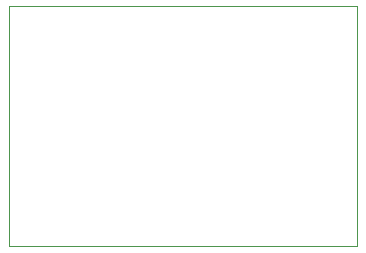
<source format=gbr>
%TF.GenerationSoftware,KiCad,Pcbnew,7.0.9*%
%TF.CreationDate,2024-01-07T22:21:07-08:00*%
%TF.ProjectId,snesypbpr-enhanced,736e6573-7970-4627-9072-2d656e68616e,rev?*%
%TF.SameCoordinates,Original*%
%TF.FileFunction,Profile,NP*%
%FSLAX46Y46*%
G04 Gerber Fmt 4.6, Leading zero omitted, Abs format (unit mm)*
G04 Created by KiCad (PCBNEW 7.0.9) date 2024-01-07 22:21:07*
%MOMM*%
%LPD*%
G01*
G04 APERTURE LIST*
%TA.AperFunction,Profile*%
%ADD10C,0.100000*%
%TD*%
G04 APERTURE END LIST*
D10*
X109728000Y-54356000D02*
X139192000Y-54356000D01*
X139192000Y-74676000D01*
X109728000Y-74676000D01*
X109728000Y-54356000D01*
M02*

</source>
